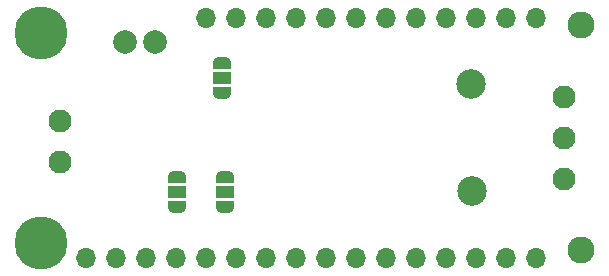
<source format=gbs>
G04 #@! TF.GenerationSoftware,KiCad,Pcbnew,7.0.1*
G04 #@! TF.CreationDate,2023-06-02T18:51:41-05:00*
G04 #@! TF.ProjectId,MiniSSO,4d696e69-5353-44f2-9e6b-696361645f70,2*
G04 #@! TF.SameCoordinates,Original*
G04 #@! TF.FileFunction,Soldermask,Bot*
G04 #@! TF.FilePolarity,Negative*
%FSLAX46Y46*%
G04 Gerber Fmt 4.6, Leading zero omitted, Abs format (unit mm)*
G04 Created by KiCad (PCBNEW 7.0.1) date 2023-06-02 18:51:41*
%MOMM*%
%LPD*%
G01*
G04 APERTURE LIST*
G04 Aperture macros list*
%AMFreePoly0*
4,1,19,0.550000,-0.750000,0.000000,-0.750000,0.000000,-0.744911,-0.071157,-0.744911,-0.207708,-0.704816,-0.327430,-0.627875,-0.420627,-0.520320,-0.479746,-0.390866,-0.500000,-0.250000,-0.500000,0.250000,-0.479746,0.390866,-0.420627,0.520320,-0.327430,0.627875,-0.207708,0.704816,-0.071157,0.744911,0.000000,0.744911,0.000000,0.750000,0.550000,0.750000,0.550000,-0.750000,0.550000,-0.750000,
$1*%
%AMFreePoly1*
4,1,19,0.000000,0.744911,0.071157,0.744911,0.207708,0.704816,0.327430,0.627875,0.420627,0.520320,0.479746,0.390866,0.500000,0.250000,0.500000,-0.250000,0.479746,-0.390866,0.420627,-0.520320,0.327430,-0.627875,0.207708,-0.704816,0.071157,-0.744911,0.000000,-0.744911,0.000000,-0.750000,-0.550000,-0.750000,-0.550000,0.750000,0.000000,0.750000,0.000000,0.744911,0.000000,0.744911,
$1*%
G04 Aperture macros list end*
%ADD10C,4.500000*%
%ADD11O,1.700000X1.700000*%
%ADD12C,2.286000*%
%ADD13C,1.950000*%
%ADD14C,2.000000*%
%ADD15C,2.500000*%
%ADD16FreePoly0,270.000000*%
%ADD17R,1.500000X1.000000*%
%ADD18FreePoly1,270.000000*%
G04 APERTURE END LIST*
D10*
X119370725Y-72029269D03*
D11*
X133340725Y-70759269D03*
X135880725Y-70759269D03*
X138420725Y-70759269D03*
X140960725Y-70759269D03*
X143500725Y-70759269D03*
X146040725Y-70759269D03*
X148580725Y-70759269D03*
X151120725Y-70759269D03*
X153660725Y-70759269D03*
X156200725Y-70759269D03*
X158740725Y-70759269D03*
X161280725Y-70759269D03*
D12*
X165090725Y-90444269D03*
D13*
X120954800Y-82956400D03*
X120954800Y-79456400D03*
D10*
X119370725Y-89809269D03*
D14*
X126492000Y-72771000D03*
X129032000Y-72771000D03*
D11*
X161280725Y-91079269D03*
X158740725Y-91079269D03*
X156200725Y-91079269D03*
X153660725Y-91079269D03*
X151120725Y-91079269D03*
X148580725Y-91079269D03*
X146040725Y-91079269D03*
X143500725Y-91079269D03*
X140960725Y-91079269D03*
X138420725Y-91079269D03*
X135880725Y-91079269D03*
X133340725Y-91079269D03*
X130800725Y-91079269D03*
X128260725Y-91079269D03*
X125720725Y-91079269D03*
X123180725Y-91079269D03*
D13*
X163682400Y-77424400D03*
X163682400Y-80924400D03*
X163682400Y-84424400D03*
D12*
X165090725Y-71394269D03*
D15*
X155792850Y-76327000D03*
D16*
X134657500Y-74550000D03*
D17*
X134657500Y-75850000D03*
D18*
X134657500Y-77150000D03*
D16*
X134907500Y-84200000D03*
D17*
X134907500Y-85500000D03*
D18*
X134907500Y-86800000D03*
D16*
X130850000Y-84200000D03*
D17*
X130850000Y-85500000D03*
D18*
X130850000Y-86800000D03*
D15*
X155825000Y-85400000D03*
M02*

</source>
